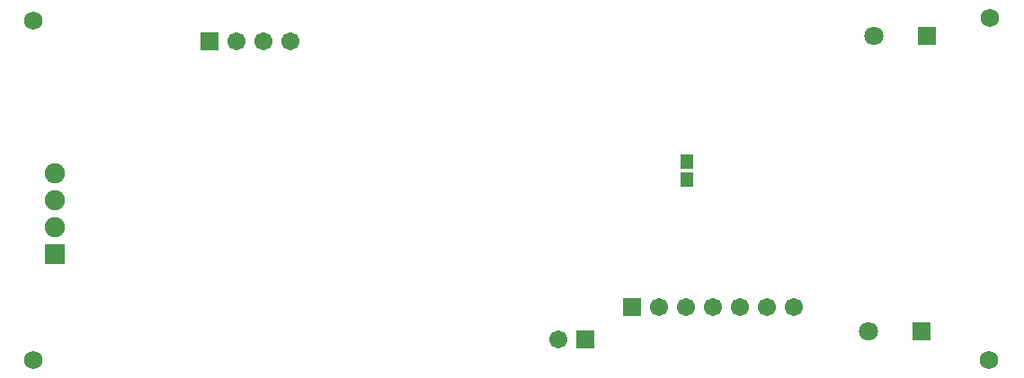
<source format=gbs>
G04*
G04 #@! TF.GenerationSoftware,Altium Limited,Altium Designer,19.0.14 (431)*
G04*
G04 Layer_Color=16711935*
%FSLAX25Y25*%
%MOIN*%
G70*
G01*
G75*
%ADD48R,0.04737X0.05328*%
%ADD75C,0.07099*%
%ADD76R,0.07099X0.07099*%
%ADD77C,0.06800*%
%ADD78C,0.07493*%
%ADD79R,0.07493X0.07493*%
%ADD80C,0.06706*%
%ADD81R,0.06706X0.06706*%
D48*
X254134Y85335D02*
D03*
Y78839D02*
D03*
D75*
X321458Y22300D02*
D03*
X323215Y132100D02*
D03*
D76*
X341143Y22300D02*
D03*
X342900Y132100D02*
D03*
D77*
X11811Y11811D02*
D03*
Y137795D02*
D03*
X366142Y11811D02*
D03*
X366535Y138583D02*
D03*
D78*
X19685Y81181D02*
D03*
Y71181D02*
D03*
Y61181D02*
D03*
D79*
Y51181D02*
D03*
D80*
X107185Y129921D02*
D03*
X97185D02*
D03*
X87185D02*
D03*
X206437Y19488D02*
D03*
X293779Y31496D02*
D03*
X283780D02*
D03*
X273780D02*
D03*
X263779D02*
D03*
X243779D02*
D03*
X253780D02*
D03*
D81*
X77185Y129921D02*
D03*
X216437Y19488D02*
D03*
X233780Y31496D02*
D03*
M02*

</source>
